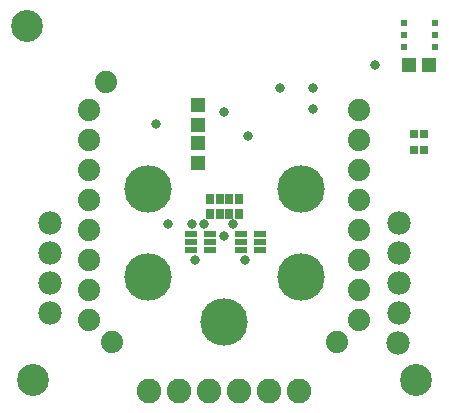
<source format=gts>
G75*
%MOIN*%
%OFA0B0*%
%FSLAX25Y25*%
%IPPOS*%
%LPD*%
%AMOC8*
5,1,8,0,0,1.08239X$1,22.5*
%
%ADD10C,0.10643*%
%ADD11C,0.07400*%
%ADD12R,0.05131X0.04737*%
%ADD13C,0.07800*%
%ADD14C,0.15824*%
%ADD15C,0.08200*%
%ADD16R,0.02375X0.02375*%
%ADD17R,0.02769X0.03359*%
%ADD18R,0.03950X0.02375*%
%ADD19R,0.03162X0.02769*%
%ADD20C,0.03187*%
D10*
X0012458Y0012589D03*
X0010507Y0130686D03*
X0140410Y0012589D03*
D11*
X0121246Y0032771D03*
X0113805Y0025222D03*
X0121246Y0042771D03*
X0121246Y0052771D03*
X0121246Y0062771D03*
X0121246Y0072771D03*
X0121246Y0082771D03*
X0121246Y0092771D03*
X0121246Y0102771D03*
X0037033Y0111836D03*
X0031246Y0102771D03*
X0031246Y0092771D03*
X0031246Y0082771D03*
X0031246Y0072771D03*
X0031246Y0062771D03*
X0031246Y0052771D03*
X0031246Y0042771D03*
X0031246Y0032771D03*
X0039002Y0025222D03*
D12*
X0067545Y0084868D03*
X0067545Y0091561D03*
X0067545Y0097663D03*
X0067545Y0104356D03*
X0138017Y0117742D03*
X0144710Y0117742D03*
D13*
X0134474Y0064868D03*
X0134474Y0054907D03*
X0134474Y0044907D03*
X0134474Y0034868D03*
X0134435Y0024868D03*
X0018175Y0034868D03*
X0018175Y0044907D03*
X0018175Y0054868D03*
X0018135Y0064907D03*
D14*
X0050813Y0076403D03*
X0050813Y0046876D03*
X0076403Y0032112D03*
X0101994Y0046876D03*
X0101994Y0076403D03*
D15*
X0101403Y0009021D03*
X0091403Y0009021D03*
X0081403Y0009021D03*
X0071403Y0009021D03*
X0061403Y0009021D03*
X0051403Y0009021D03*
D16*
X0136246Y0123647D03*
X0136246Y0127584D03*
X0136246Y0131521D03*
X0146482Y0131521D03*
X0146482Y0127584D03*
X0146482Y0123647D03*
D17*
X0081128Y0072958D03*
X0077978Y0072958D03*
X0074828Y0072958D03*
X0071679Y0072958D03*
X0071679Y0068037D03*
X0074828Y0068037D03*
X0077978Y0068037D03*
X0081128Y0068037D03*
D18*
X0082112Y0061246D03*
X0082112Y0058687D03*
X0082112Y0056128D03*
X0088411Y0056128D03*
X0088411Y0058687D03*
X0088411Y0061246D03*
X0071679Y0061246D03*
X0071679Y0058687D03*
X0071679Y0056128D03*
X0065380Y0056128D03*
X0065380Y0058687D03*
X0065380Y0061246D03*
D19*
X0139513Y0089277D03*
X0143057Y0089277D03*
X0143057Y0094789D03*
X0139513Y0094789D03*
D20*
X0126561Y0117709D03*
X0105931Y0109868D03*
X0105931Y0102978D03*
X0095104Y0109868D03*
X0084277Y0094120D03*
X0076403Y0101994D03*
X0053765Y0098057D03*
X0057702Y0064592D03*
X0065576Y0064592D03*
X0069513Y0064592D03*
X0076403Y0060655D03*
X0079356Y0064592D03*
X0083293Y0052781D03*
X0066561Y0052781D03*
M02*

</source>
